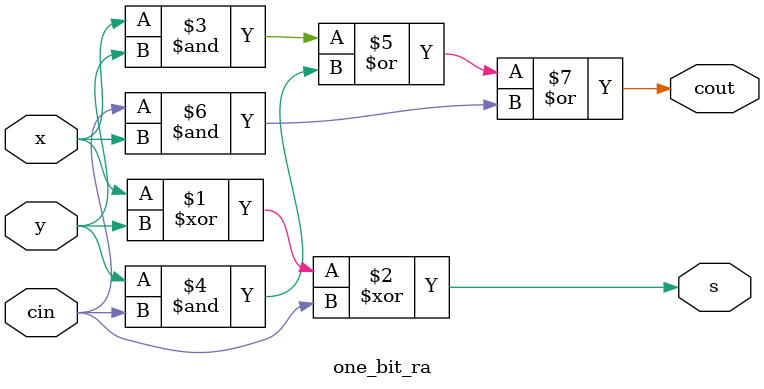
<source format=sv>

module adder_9bit
(
    input   logic[7:0]     A,
    input   logic[7:0]     S,
	 input	logic				Add,
	 input	logic				M,
    output  logic[7:0]     Sum,
    output  logic          X
);

    logic 		C[1:0];
	 logic[7:0] temp;
	 logic		add_sub;
	 
	 OP_inverter 	xor1(.Din(S), .Control(!Add), .M, .Dout(temp));
	 always_comb begin
			if(Add)							// if add is 1: do addition, therefore, no carryin is needed
				add_sub = 1'b0;
			else if(M)
				add_sub = 1'b1;			// if add is 0, M=1: do substraction, therefore Cin=1 is needed after all bits in S are fliped
			else
				add_sub = 1'b0;			// if add is 0, M=0: no need to do substraction
	 end
	 
	 
	 four_bit_ra FA0(.x(A[3:0]  ), .y(temp[3:0]  ), .cin(add_sub), .s(Sum[3:0]  ), .cout(C[0]));
	 four_bit_ra FA1(.x(A[7:4]  ), .y(temp[7:4]  ), .cin(C[0]), 	.s(Sum[7:4]  ), .cout(C[1]));
	 one_bit_ra  FA3(.x(A[7]), 	 .y(temp[7]),	   .cin(C[1]), 	.s(X));
	 
endmodule



// optional inter the value in S or make the value equal to 8'b0 according to signal Add and M.
module OP_inverter
(
	input		logic[7:0]		Din,
	input		logic				Control,
	input		logic				M,
	output	logic[7:0]		Dout
);

	always_comb begin									// if M=0, temp value will be 8'b0, if M=1, add=1, we flip all the bits in S
		Dout[0] = (Din[0]^Control)&M;
		Dout[1] = (Din[1]^Control)&M;
		Dout[2] = (Din[2]^Control)&M;
		Dout[3] = (Din[3]^Control)&M;
		Dout[4] = (Din[4]^Control)&M;
		Dout[5] = (Din[5]^Control)&M;
		Dout[6] = (Din[6]^Control)&M;
		Dout[7] = (Din[7]^Control)&M;
	end

endmodule




// Four-bit full adder
// Three input : [3:0] x, [3:0] y, cin.
// Packed input x, y indicate the numbers need to be added. cin is the carry-in bit
// Two output : [3:0] s and cout
// This module is built upon four single bit full adder and ripple their carry-out bit together

module four_bit_ra(input [3:0] x,
                  input [3:0] y,
                  input cin,
                  output logic [3:0] s,
                  output logic cout
                  );
    logic c[2:0];
    one_bit_ra fa0(.x(x[0]), .y(y[0]), .cin(cin ), .s(s[0]), .cout(c[0]));
    one_bit_ra fa1(.x(x[1]), .y(y[1]), .cin(c[0]), .s(s[1]), .cout(c[1]));
    one_bit_ra fa2(.x(x[2]), .y(y[2]), .cin(c[1]), .s(s[2]), .cout(c[2]));
    one_bit_ra fa3(.x(x[3]), .y(y[3]), .cin(c[2]), .s(s[3]), .cout(cout));

endmodule




// One bit adder.
// Three input : x, y, cin. cin is the carry-in bit to the one bit full adder
// Two output : s, cout. cout is the one bit carry-out bit
module one_bit_ra(input x,
                  input y,
                  input cin,
                  output logic s,
                  output logic cout
                  );
    assign s    = x^y^cin;
    assign cout = (x&y)|(y&cin)|(cin&x);

endmodule

</source>
